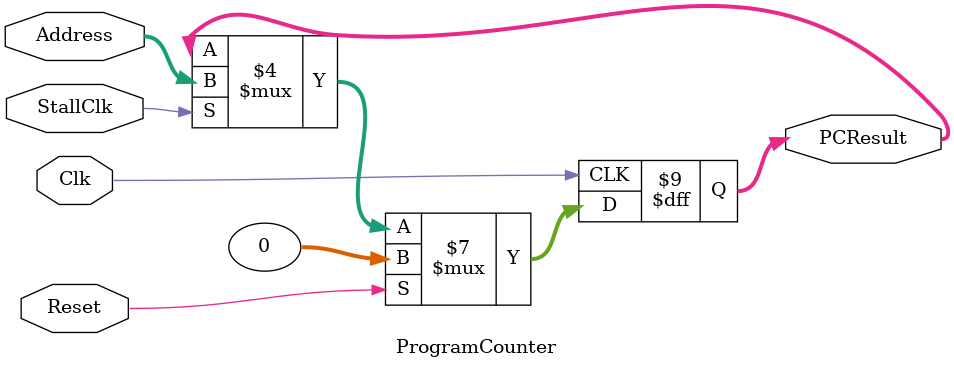
<source format=v>
`timescale 1ns / 1ps


module ProgramCounter(Address, PCResult, Reset, Clk, StallClk);

	input [31:0] Address;  //PCAddResult
	input Reset, Clk, StallClk;

	output reg [31:0] PCResult;

    always @(posedge Clk) begin
        if (Reset == 1) begin
            PCResult <= 32'h0000;
        end
        else if(StallClk==1)begin
            PCResult <= Address;
        end
    end

endmodule


</source>
